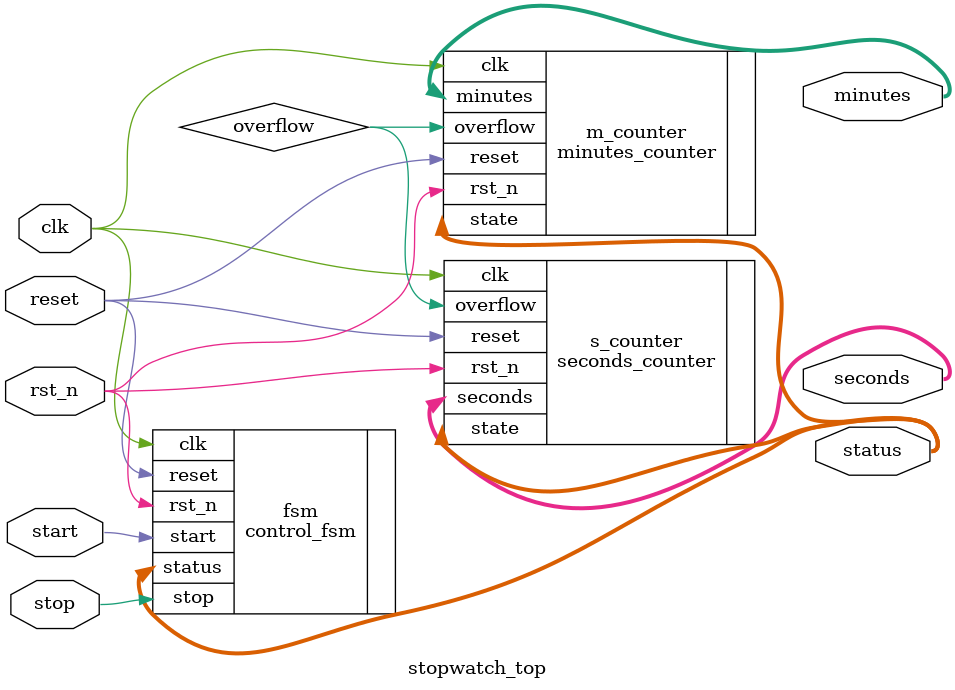
<source format=v>
module stopwatch_top (
	input wire clk,
	input wire rst_n, // active-low reset
	input wire start,
	input wire stop,
	input wire reset,
	output wire [7:0] minutes,
	output wire [5:0] seconds,
	output wire [1:0] status // 00=IDLE, 01=RUNNING, 10=PAUSED
);
 
  wire overflow;
  control_fsm fsm(
    .clk(clk),
    .rst_n(rst_n),
    .start(start),
    .stop(stop),
    .reset(reset),
    .status(status)
  );
  
  seconds_counter s_counter(
    .clk(clk),
    .rst_n(rst_n),
    .reset(reset),
    .state(status),
    .seconds(seconds),
    .overflow(overflow)
  );
  
  minutes_counter m_counter(
    .clk(clk),
    .rst_n(rst_n),
    .reset(reset),
    .state(status),
    .overflow(overflow),
    .minutes(minutes)
  );
endmodule


</source>
